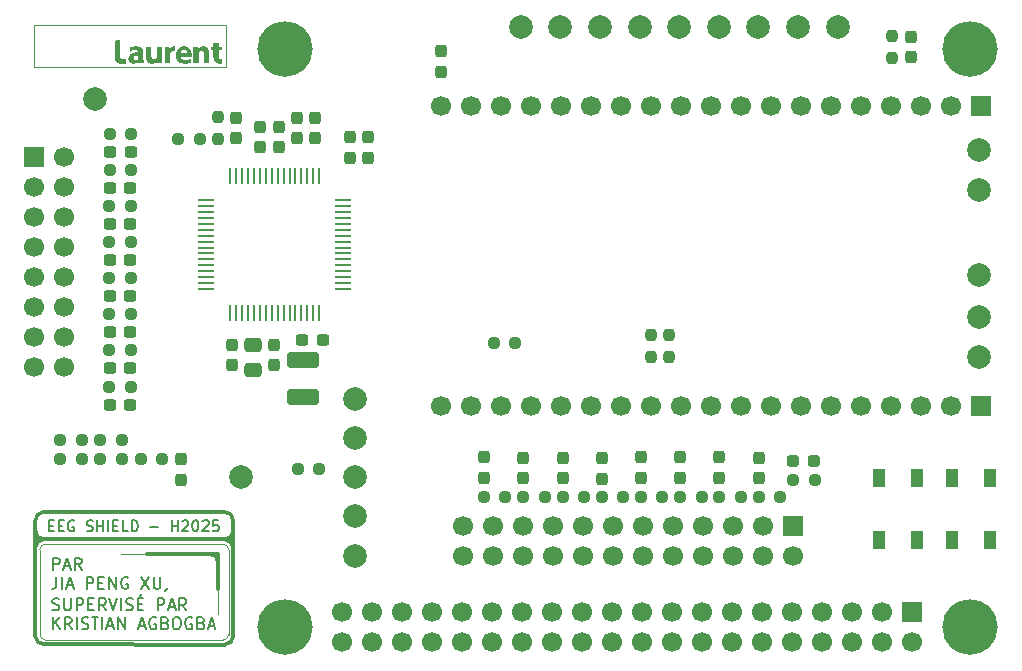
<source format=gts>
G04 #@! TF.GenerationSoftware,KiCad,Pcbnew,9.0.1-9.0.1-0~ubuntu24.04.1*
G04 #@! TF.CreationDate,2025-04-10T02:26:27-04:00*
G04 #@! TF.ProjectId,EEG SHIELD,45454720-5348-4494-954c-442e6b696361,B*
G04 #@! TF.SameCoordinates,Original*
G04 #@! TF.FileFunction,Soldermask,Top*
G04 #@! TF.FilePolarity,Negative*
%FSLAX46Y46*%
G04 Gerber Fmt 4.6, Leading zero omitted, Abs format (unit mm)*
G04 Created by KiCad (PCBNEW 9.0.1-9.0.1-0~ubuntu24.04.1) date 2025-04-10 02:26:27*
%MOMM*%
%LPD*%
G01*
G04 APERTURE LIST*
G04 Aperture macros list*
%AMRoundRect*
0 Rectangle with rounded corners*
0 $1 Rounding radius*
0 $2 $3 $4 $5 $6 $7 $8 $9 X,Y pos of 4 corners*
0 Add a 4 corners polygon primitive as box body*
4,1,4,$2,$3,$4,$5,$6,$7,$8,$9,$2,$3,0*
0 Add four circle primitives for the rounded corners*
1,1,$1+$1,$2,$3*
1,1,$1+$1,$4,$5*
1,1,$1+$1,$6,$7*
1,1,$1+$1,$8,$9*
0 Add four rect primitives between the rounded corners*
20,1,$1+$1,$2,$3,$4,$5,0*
20,1,$1+$1,$4,$5,$6,$7,0*
20,1,$1+$1,$6,$7,$8,$9,0*
20,1,$1+$1,$8,$9,$2,$3,0*%
G04 Aperture macros list end*
%ADD10C,0.300000*%
%ADD11C,0.100000*%
%ADD12C,0.200000*%
%ADD13C,0.000000*%
%ADD14RoundRect,0.237500X-0.250000X-0.237500X0.250000X-0.237500X0.250000X0.237500X-0.250000X0.237500X0*%
%ADD15RoundRect,0.237500X0.250000X0.237500X-0.250000X0.237500X-0.250000X-0.237500X0.250000X-0.237500X0*%
%ADD16R,1.700000X1.700000*%
%ADD17C,1.700000*%
%ADD18RoundRect,0.237500X-0.237500X0.300000X-0.237500X-0.300000X0.237500X-0.300000X0.237500X0.300000X0*%
%ADD19RoundRect,0.237500X0.237500X-0.287500X0.237500X0.287500X-0.237500X0.287500X-0.237500X-0.287500X0*%
%ADD20RoundRect,0.237500X0.300000X0.237500X-0.300000X0.237500X-0.300000X-0.237500X0.300000X-0.237500X0*%
%ADD21C,2.000000*%
%ADD22RoundRect,0.237500X-0.300000X-0.237500X0.300000X-0.237500X0.300000X0.237500X-0.300000X0.237500X0*%
%ADD23RoundRect,0.237500X0.237500X-0.300000X0.237500X0.300000X-0.237500X0.300000X-0.237500X-0.300000X0*%
%ADD24RoundRect,0.237500X-0.237500X0.250000X-0.237500X-0.250000X0.237500X-0.250000X0.237500X0.250000X0*%
%ADD25RoundRect,0.237500X-0.287500X-0.237500X0.287500X-0.237500X0.287500X0.237500X-0.287500X0.237500X0*%
%ADD26C,3.100000*%
%ADD27C,4.700000*%
%ADD28R,1.000000X1.550000*%
%ADD29RoundRect,0.250000X1.100000X-0.412500X1.100000X0.412500X-1.100000X0.412500X-1.100000X-0.412500X0*%
%ADD30RoundRect,0.237500X0.237500X-0.250000X0.237500X0.250000X-0.237500X0.250000X-0.237500X-0.250000X0*%
%ADD31RoundRect,0.250000X-0.475000X0.337500X-0.475000X-0.337500X0.475000X-0.337500X0.475000X0.337500X0*%
%ADD32R,1.346200X0.279400*%
%ADD33R,0.279400X1.346200*%
G04 APERTURE END LIST*
D10*
X132040000Y-122310042D02*
X132039878Y-123876745D01*
X116016188Y-123059670D02*
G75*
G02*
X115266230Y-122329669I-9988J739970D01*
G01*
D11*
X131634731Y-131124731D02*
G75*
G02*
X131174731Y-131584731I-460031J31D01*
G01*
X116016188Y-123059669D02*
X115260000Y-123060000D01*
X127775000Y-124290000D02*
X122505000Y-124290000D01*
X115665269Y-123925269D02*
G75*
G02*
X116125269Y-123465269I460031J-31D01*
G01*
D10*
X115260330Y-123806188D02*
G75*
G02*
X115990331Y-123056230I739970J9988D01*
G01*
X115260330Y-123786243D02*
X115268094Y-121896809D01*
X132049670Y-131213812D02*
G75*
G02*
X131319669Y-131963770I-739970J-9988D01*
G01*
X116016188Y-131959670D02*
G75*
G02*
X115266230Y-131229669I-9988J739970D01*
G01*
D11*
X131174731Y-123465269D02*
G75*
G02*
X131634731Y-123925269I-31J-460031D01*
G01*
D10*
X115266188Y-131213618D02*
X115260330Y-123806188D01*
X132043769Y-123790330D02*
X132049670Y-131213812D01*
D11*
X116125269Y-131584731D02*
G75*
G02*
X115665269Y-131124731I31J460031D01*
G01*
X130775000Y-127290000D02*
X130775000Y-129340000D01*
X131634731Y-131124700D02*
X131634731Y-123925300D01*
D10*
X130775000Y-124290000D02*
X130775000Y-127290000D01*
X131293812Y-123060330D02*
G75*
G02*
X132043770Y-123790331I9988J-739970D01*
G01*
X124735000Y-124290000D02*
X130775000Y-124290000D01*
D11*
X115168755Y-79482963D02*
X131391852Y-79482963D01*
X131391852Y-83042232D01*
X115168755Y-83042232D01*
X115168755Y-79482963D01*
X115665269Y-123925269D02*
X115665269Y-131124700D01*
D10*
X130023812Y-124290330D02*
G75*
G02*
X130773770Y-125020331I9988J-739970D01*
G01*
X115270000Y-121480000D02*
G75*
G02*
X116000000Y-120730000I740000J10000D01*
G01*
X131303618Y-131963812D02*
X116016188Y-131959670D01*
X131522749Y-123093394D02*
X132000000Y-123100000D01*
X116016188Y-123059670D02*
X131293812Y-123060041D01*
X132043812Y-121476382D02*
X132040000Y-122310000D01*
X115266188Y-122313618D02*
X115270000Y-121480000D01*
X131293812Y-120730330D02*
G75*
G02*
X132043770Y-121460331I9988J-739970D01*
G01*
X132040000Y-122310000D02*
G75*
G02*
X131310000Y-123060000I-740000J-10000D01*
G01*
D11*
X116125300Y-131584731D02*
X131174731Y-131584731D01*
D10*
X115260000Y-123060000D02*
X116016188Y-123059670D01*
X116000042Y-120730000D02*
X131293843Y-120730330D01*
D11*
X131174700Y-123465269D02*
X116125269Y-123465269D01*
D12*
X116769673Y-125637275D02*
X116769673Y-124637275D01*
X116769673Y-124637275D02*
X117150625Y-124637275D01*
X117150625Y-124637275D02*
X117245863Y-124684894D01*
X117245863Y-124684894D02*
X117293482Y-124732513D01*
X117293482Y-124732513D02*
X117341101Y-124827751D01*
X117341101Y-124827751D02*
X117341101Y-124970608D01*
X117341101Y-124970608D02*
X117293482Y-125065846D01*
X117293482Y-125065846D02*
X117245863Y-125113465D01*
X117245863Y-125113465D02*
X117150625Y-125161084D01*
X117150625Y-125161084D02*
X116769673Y-125161084D01*
X117722054Y-125351560D02*
X118198244Y-125351560D01*
X117626816Y-125637275D02*
X117960149Y-124637275D01*
X117960149Y-124637275D02*
X118293482Y-125637275D01*
X119198244Y-125637275D02*
X118864911Y-125161084D01*
X118626816Y-125637275D02*
X118626816Y-124637275D01*
X118626816Y-124637275D02*
X119007768Y-124637275D01*
X119007768Y-124637275D02*
X119103006Y-124684894D01*
X119103006Y-124684894D02*
X119150625Y-124732513D01*
X119150625Y-124732513D02*
X119198244Y-124827751D01*
X119198244Y-124827751D02*
X119198244Y-124970608D01*
X119198244Y-124970608D02*
X119150625Y-125065846D01*
X119150625Y-125065846D02*
X119103006Y-125113465D01*
X119103006Y-125113465D02*
X119007768Y-125161084D01*
X119007768Y-125161084D02*
X118626816Y-125161084D01*
X117055387Y-126247219D02*
X117055387Y-126961504D01*
X117055387Y-126961504D02*
X117007768Y-127104361D01*
X117007768Y-127104361D02*
X116912530Y-127199600D01*
X116912530Y-127199600D02*
X116769673Y-127247219D01*
X116769673Y-127247219D02*
X116674435Y-127247219D01*
X117531578Y-127247219D02*
X117531578Y-126247219D01*
X117960149Y-126961504D02*
X118436339Y-126961504D01*
X117864911Y-127247219D02*
X118198244Y-126247219D01*
X118198244Y-126247219D02*
X118531577Y-127247219D01*
X119626816Y-127247219D02*
X119626816Y-126247219D01*
X119626816Y-126247219D02*
X120007768Y-126247219D01*
X120007768Y-126247219D02*
X120103006Y-126294838D01*
X120103006Y-126294838D02*
X120150625Y-126342457D01*
X120150625Y-126342457D02*
X120198244Y-126437695D01*
X120198244Y-126437695D02*
X120198244Y-126580552D01*
X120198244Y-126580552D02*
X120150625Y-126675790D01*
X120150625Y-126675790D02*
X120103006Y-126723409D01*
X120103006Y-126723409D02*
X120007768Y-126771028D01*
X120007768Y-126771028D02*
X119626816Y-126771028D01*
X120626816Y-126723409D02*
X120960149Y-126723409D01*
X121103006Y-127247219D02*
X120626816Y-127247219D01*
X120626816Y-127247219D02*
X120626816Y-126247219D01*
X120626816Y-126247219D02*
X121103006Y-126247219D01*
X121531578Y-127247219D02*
X121531578Y-126247219D01*
X121531578Y-126247219D02*
X122103006Y-127247219D01*
X122103006Y-127247219D02*
X122103006Y-126247219D01*
X123103006Y-126294838D02*
X123007768Y-126247219D01*
X123007768Y-126247219D02*
X122864911Y-126247219D01*
X122864911Y-126247219D02*
X122722054Y-126294838D01*
X122722054Y-126294838D02*
X122626816Y-126390076D01*
X122626816Y-126390076D02*
X122579197Y-126485314D01*
X122579197Y-126485314D02*
X122531578Y-126675790D01*
X122531578Y-126675790D02*
X122531578Y-126818647D01*
X122531578Y-126818647D02*
X122579197Y-127009123D01*
X122579197Y-127009123D02*
X122626816Y-127104361D01*
X122626816Y-127104361D02*
X122722054Y-127199600D01*
X122722054Y-127199600D02*
X122864911Y-127247219D01*
X122864911Y-127247219D02*
X122960149Y-127247219D01*
X122960149Y-127247219D02*
X123103006Y-127199600D01*
X123103006Y-127199600D02*
X123150625Y-127151980D01*
X123150625Y-127151980D02*
X123150625Y-126818647D01*
X123150625Y-126818647D02*
X122960149Y-126818647D01*
X124245864Y-126247219D02*
X124912530Y-127247219D01*
X124912530Y-126247219D02*
X124245864Y-127247219D01*
X125293483Y-126247219D02*
X125293483Y-127056742D01*
X125293483Y-127056742D02*
X125341102Y-127151980D01*
X125341102Y-127151980D02*
X125388721Y-127199600D01*
X125388721Y-127199600D02*
X125483959Y-127247219D01*
X125483959Y-127247219D02*
X125674435Y-127247219D01*
X125674435Y-127247219D02*
X125769673Y-127199600D01*
X125769673Y-127199600D02*
X125817292Y-127151980D01*
X125817292Y-127151980D02*
X125864911Y-127056742D01*
X125864911Y-127056742D02*
X125864911Y-126247219D01*
X126388721Y-127199600D02*
X126388721Y-127247219D01*
X126388721Y-127247219D02*
X126341102Y-127342457D01*
X126341102Y-127342457D02*
X126293483Y-127390076D01*
X116445863Y-121888028D02*
X116745863Y-121888028D01*
X116874435Y-122359457D02*
X116445863Y-122359457D01*
X116445863Y-122359457D02*
X116445863Y-121459457D01*
X116445863Y-121459457D02*
X116874435Y-121459457D01*
X117260149Y-121888028D02*
X117560149Y-121888028D01*
X117688721Y-122359457D02*
X117260149Y-122359457D01*
X117260149Y-122359457D02*
X117260149Y-121459457D01*
X117260149Y-121459457D02*
X117688721Y-121459457D01*
X118545864Y-121502314D02*
X118460150Y-121459457D01*
X118460150Y-121459457D02*
X118331578Y-121459457D01*
X118331578Y-121459457D02*
X118203007Y-121502314D01*
X118203007Y-121502314D02*
X118117292Y-121588028D01*
X118117292Y-121588028D02*
X118074435Y-121673742D01*
X118074435Y-121673742D02*
X118031578Y-121845171D01*
X118031578Y-121845171D02*
X118031578Y-121973742D01*
X118031578Y-121973742D02*
X118074435Y-122145171D01*
X118074435Y-122145171D02*
X118117292Y-122230885D01*
X118117292Y-122230885D02*
X118203007Y-122316600D01*
X118203007Y-122316600D02*
X118331578Y-122359457D01*
X118331578Y-122359457D02*
X118417292Y-122359457D01*
X118417292Y-122359457D02*
X118545864Y-122316600D01*
X118545864Y-122316600D02*
X118588721Y-122273742D01*
X118588721Y-122273742D02*
X118588721Y-121973742D01*
X118588721Y-121973742D02*
X118417292Y-121973742D01*
X119617292Y-122316600D02*
X119745864Y-122359457D01*
X119745864Y-122359457D02*
X119960149Y-122359457D01*
X119960149Y-122359457D02*
X120045864Y-122316600D01*
X120045864Y-122316600D02*
X120088721Y-122273742D01*
X120088721Y-122273742D02*
X120131578Y-122188028D01*
X120131578Y-122188028D02*
X120131578Y-122102314D01*
X120131578Y-122102314D02*
X120088721Y-122016600D01*
X120088721Y-122016600D02*
X120045864Y-121973742D01*
X120045864Y-121973742D02*
X119960149Y-121930885D01*
X119960149Y-121930885D02*
X119788721Y-121888028D01*
X119788721Y-121888028D02*
X119703006Y-121845171D01*
X119703006Y-121845171D02*
X119660149Y-121802314D01*
X119660149Y-121802314D02*
X119617292Y-121716600D01*
X119617292Y-121716600D02*
X119617292Y-121630885D01*
X119617292Y-121630885D02*
X119660149Y-121545171D01*
X119660149Y-121545171D02*
X119703006Y-121502314D01*
X119703006Y-121502314D02*
X119788721Y-121459457D01*
X119788721Y-121459457D02*
X120003006Y-121459457D01*
X120003006Y-121459457D02*
X120131578Y-121502314D01*
X120517292Y-122359457D02*
X120517292Y-121459457D01*
X120517292Y-121888028D02*
X121031578Y-121888028D01*
X121031578Y-122359457D02*
X121031578Y-121459457D01*
X121460149Y-122359457D02*
X121460149Y-121459457D01*
X121888720Y-121888028D02*
X122188720Y-121888028D01*
X122317292Y-122359457D02*
X121888720Y-122359457D01*
X121888720Y-122359457D02*
X121888720Y-121459457D01*
X121888720Y-121459457D02*
X122317292Y-121459457D01*
X123131578Y-122359457D02*
X122703006Y-122359457D01*
X122703006Y-122359457D02*
X122703006Y-121459457D01*
X123431577Y-122359457D02*
X123431577Y-121459457D01*
X123431577Y-121459457D02*
X123645863Y-121459457D01*
X123645863Y-121459457D02*
X123774434Y-121502314D01*
X123774434Y-121502314D02*
X123860149Y-121588028D01*
X123860149Y-121588028D02*
X123903006Y-121673742D01*
X123903006Y-121673742D02*
X123945863Y-121845171D01*
X123945863Y-121845171D02*
X123945863Y-121973742D01*
X123945863Y-121973742D02*
X123903006Y-122145171D01*
X123903006Y-122145171D02*
X123860149Y-122230885D01*
X123860149Y-122230885D02*
X123774434Y-122316600D01*
X123774434Y-122316600D02*
X123645863Y-122359457D01*
X123645863Y-122359457D02*
X123431577Y-122359457D01*
X125017291Y-122016600D02*
X125703006Y-122016600D01*
X126817291Y-122359457D02*
X126817291Y-121459457D01*
X126817291Y-121888028D02*
X127331577Y-121888028D01*
X127331577Y-122359457D02*
X127331577Y-121459457D01*
X127717291Y-121545171D02*
X127760148Y-121502314D01*
X127760148Y-121502314D02*
X127845863Y-121459457D01*
X127845863Y-121459457D02*
X128060148Y-121459457D01*
X128060148Y-121459457D02*
X128145863Y-121502314D01*
X128145863Y-121502314D02*
X128188720Y-121545171D01*
X128188720Y-121545171D02*
X128231577Y-121630885D01*
X128231577Y-121630885D02*
X128231577Y-121716600D01*
X128231577Y-121716600D02*
X128188720Y-121845171D01*
X128188720Y-121845171D02*
X127674434Y-122359457D01*
X127674434Y-122359457D02*
X128231577Y-122359457D01*
X128788720Y-121459457D02*
X128874434Y-121459457D01*
X128874434Y-121459457D02*
X128960148Y-121502314D01*
X128960148Y-121502314D02*
X129003006Y-121545171D01*
X129003006Y-121545171D02*
X129045863Y-121630885D01*
X129045863Y-121630885D02*
X129088720Y-121802314D01*
X129088720Y-121802314D02*
X129088720Y-122016600D01*
X129088720Y-122016600D02*
X129045863Y-122188028D01*
X129045863Y-122188028D02*
X129003006Y-122273742D01*
X129003006Y-122273742D02*
X128960148Y-122316600D01*
X128960148Y-122316600D02*
X128874434Y-122359457D01*
X128874434Y-122359457D02*
X128788720Y-122359457D01*
X128788720Y-122359457D02*
X128703006Y-122316600D01*
X128703006Y-122316600D02*
X128660148Y-122273742D01*
X128660148Y-122273742D02*
X128617291Y-122188028D01*
X128617291Y-122188028D02*
X128574434Y-122016600D01*
X128574434Y-122016600D02*
X128574434Y-121802314D01*
X128574434Y-121802314D02*
X128617291Y-121630885D01*
X128617291Y-121630885D02*
X128660148Y-121545171D01*
X128660148Y-121545171D02*
X128703006Y-121502314D01*
X128703006Y-121502314D02*
X128788720Y-121459457D01*
X129431577Y-121545171D02*
X129474434Y-121502314D01*
X129474434Y-121502314D02*
X129560149Y-121459457D01*
X129560149Y-121459457D02*
X129774434Y-121459457D01*
X129774434Y-121459457D02*
X129860149Y-121502314D01*
X129860149Y-121502314D02*
X129903006Y-121545171D01*
X129903006Y-121545171D02*
X129945863Y-121630885D01*
X129945863Y-121630885D02*
X129945863Y-121716600D01*
X129945863Y-121716600D02*
X129903006Y-121845171D01*
X129903006Y-121845171D02*
X129388720Y-122359457D01*
X129388720Y-122359457D02*
X129945863Y-122359457D01*
X130760149Y-121459457D02*
X130331577Y-121459457D01*
X130331577Y-121459457D02*
X130288720Y-121888028D01*
X130288720Y-121888028D02*
X130331577Y-121845171D01*
X130331577Y-121845171D02*
X130417292Y-121802314D01*
X130417292Y-121802314D02*
X130631577Y-121802314D01*
X130631577Y-121802314D02*
X130717292Y-121845171D01*
X130717292Y-121845171D02*
X130760149Y-121888028D01*
X130760149Y-121888028D02*
X130803006Y-121973742D01*
X130803006Y-121973742D02*
X130803006Y-122188028D01*
X130803006Y-122188028D02*
X130760149Y-122273742D01*
X130760149Y-122273742D02*
X130717292Y-122316600D01*
X130717292Y-122316600D02*
X130631577Y-122359457D01*
X130631577Y-122359457D02*
X130417292Y-122359457D01*
X130417292Y-122359457D02*
X130331577Y-122316600D01*
X130331577Y-122316600D02*
X130288720Y-122273742D01*
X116722054Y-129004656D02*
X116864911Y-129052275D01*
X116864911Y-129052275D02*
X117103006Y-129052275D01*
X117103006Y-129052275D02*
X117198244Y-129004656D01*
X117198244Y-129004656D02*
X117245863Y-128957036D01*
X117245863Y-128957036D02*
X117293482Y-128861798D01*
X117293482Y-128861798D02*
X117293482Y-128766560D01*
X117293482Y-128766560D02*
X117245863Y-128671322D01*
X117245863Y-128671322D02*
X117198244Y-128623703D01*
X117198244Y-128623703D02*
X117103006Y-128576084D01*
X117103006Y-128576084D02*
X116912530Y-128528465D01*
X116912530Y-128528465D02*
X116817292Y-128480846D01*
X116817292Y-128480846D02*
X116769673Y-128433227D01*
X116769673Y-128433227D02*
X116722054Y-128337989D01*
X116722054Y-128337989D02*
X116722054Y-128242751D01*
X116722054Y-128242751D02*
X116769673Y-128147513D01*
X116769673Y-128147513D02*
X116817292Y-128099894D01*
X116817292Y-128099894D02*
X116912530Y-128052275D01*
X116912530Y-128052275D02*
X117150625Y-128052275D01*
X117150625Y-128052275D02*
X117293482Y-128099894D01*
X117722054Y-128052275D02*
X117722054Y-128861798D01*
X117722054Y-128861798D02*
X117769673Y-128957036D01*
X117769673Y-128957036D02*
X117817292Y-129004656D01*
X117817292Y-129004656D02*
X117912530Y-129052275D01*
X117912530Y-129052275D02*
X118103006Y-129052275D01*
X118103006Y-129052275D02*
X118198244Y-129004656D01*
X118198244Y-129004656D02*
X118245863Y-128957036D01*
X118245863Y-128957036D02*
X118293482Y-128861798D01*
X118293482Y-128861798D02*
X118293482Y-128052275D01*
X118769673Y-129052275D02*
X118769673Y-128052275D01*
X118769673Y-128052275D02*
X119150625Y-128052275D01*
X119150625Y-128052275D02*
X119245863Y-128099894D01*
X119245863Y-128099894D02*
X119293482Y-128147513D01*
X119293482Y-128147513D02*
X119341101Y-128242751D01*
X119341101Y-128242751D02*
X119341101Y-128385608D01*
X119341101Y-128385608D02*
X119293482Y-128480846D01*
X119293482Y-128480846D02*
X119245863Y-128528465D01*
X119245863Y-128528465D02*
X119150625Y-128576084D01*
X119150625Y-128576084D02*
X118769673Y-128576084D01*
X119769673Y-128528465D02*
X120103006Y-128528465D01*
X120245863Y-129052275D02*
X119769673Y-129052275D01*
X119769673Y-129052275D02*
X119769673Y-128052275D01*
X119769673Y-128052275D02*
X120245863Y-128052275D01*
X121245863Y-129052275D02*
X120912530Y-128576084D01*
X120674435Y-129052275D02*
X120674435Y-128052275D01*
X120674435Y-128052275D02*
X121055387Y-128052275D01*
X121055387Y-128052275D02*
X121150625Y-128099894D01*
X121150625Y-128099894D02*
X121198244Y-128147513D01*
X121198244Y-128147513D02*
X121245863Y-128242751D01*
X121245863Y-128242751D02*
X121245863Y-128385608D01*
X121245863Y-128385608D02*
X121198244Y-128480846D01*
X121198244Y-128480846D02*
X121150625Y-128528465D01*
X121150625Y-128528465D02*
X121055387Y-128576084D01*
X121055387Y-128576084D02*
X120674435Y-128576084D01*
X121531578Y-128052275D02*
X121864911Y-129052275D01*
X121864911Y-129052275D02*
X122198244Y-128052275D01*
X122531578Y-129052275D02*
X122531578Y-128052275D01*
X122960149Y-129004656D02*
X123103006Y-129052275D01*
X123103006Y-129052275D02*
X123341101Y-129052275D01*
X123341101Y-129052275D02*
X123436339Y-129004656D01*
X123436339Y-129004656D02*
X123483958Y-128957036D01*
X123483958Y-128957036D02*
X123531577Y-128861798D01*
X123531577Y-128861798D02*
X123531577Y-128766560D01*
X123531577Y-128766560D02*
X123483958Y-128671322D01*
X123483958Y-128671322D02*
X123436339Y-128623703D01*
X123436339Y-128623703D02*
X123341101Y-128576084D01*
X123341101Y-128576084D02*
X123150625Y-128528465D01*
X123150625Y-128528465D02*
X123055387Y-128480846D01*
X123055387Y-128480846D02*
X123007768Y-128433227D01*
X123007768Y-128433227D02*
X122960149Y-128337989D01*
X122960149Y-128337989D02*
X122960149Y-128242751D01*
X122960149Y-128242751D02*
X123007768Y-128147513D01*
X123007768Y-128147513D02*
X123055387Y-128099894D01*
X123055387Y-128099894D02*
X123150625Y-128052275D01*
X123150625Y-128052275D02*
X123388720Y-128052275D01*
X123388720Y-128052275D02*
X123531577Y-128099894D01*
X123960149Y-128528465D02*
X124293482Y-128528465D01*
X124436339Y-129052275D02*
X123960149Y-129052275D01*
X123960149Y-129052275D02*
X123960149Y-128052275D01*
X123960149Y-128052275D02*
X124436339Y-128052275D01*
X124293482Y-127671322D02*
X124150625Y-127814179D01*
X125626816Y-129052275D02*
X125626816Y-128052275D01*
X125626816Y-128052275D02*
X126007768Y-128052275D01*
X126007768Y-128052275D02*
X126103006Y-128099894D01*
X126103006Y-128099894D02*
X126150625Y-128147513D01*
X126150625Y-128147513D02*
X126198244Y-128242751D01*
X126198244Y-128242751D02*
X126198244Y-128385608D01*
X126198244Y-128385608D02*
X126150625Y-128480846D01*
X126150625Y-128480846D02*
X126103006Y-128528465D01*
X126103006Y-128528465D02*
X126007768Y-128576084D01*
X126007768Y-128576084D02*
X125626816Y-128576084D01*
X126579197Y-128766560D02*
X127055387Y-128766560D01*
X126483959Y-129052275D02*
X126817292Y-128052275D01*
X126817292Y-128052275D02*
X127150625Y-129052275D01*
X128055387Y-129052275D02*
X127722054Y-128576084D01*
X127483959Y-129052275D02*
X127483959Y-128052275D01*
X127483959Y-128052275D02*
X127864911Y-128052275D01*
X127864911Y-128052275D02*
X127960149Y-128099894D01*
X127960149Y-128099894D02*
X128007768Y-128147513D01*
X128007768Y-128147513D02*
X128055387Y-128242751D01*
X128055387Y-128242751D02*
X128055387Y-128385608D01*
X128055387Y-128385608D02*
X128007768Y-128480846D01*
X128007768Y-128480846D02*
X127960149Y-128528465D01*
X127960149Y-128528465D02*
X127864911Y-128576084D01*
X127864911Y-128576084D02*
X127483959Y-128576084D01*
X116769673Y-130662219D02*
X116769673Y-129662219D01*
X117341101Y-130662219D02*
X116912530Y-130090790D01*
X117341101Y-129662219D02*
X116769673Y-130233647D01*
X118341101Y-130662219D02*
X118007768Y-130186028D01*
X117769673Y-130662219D02*
X117769673Y-129662219D01*
X117769673Y-129662219D02*
X118150625Y-129662219D01*
X118150625Y-129662219D02*
X118245863Y-129709838D01*
X118245863Y-129709838D02*
X118293482Y-129757457D01*
X118293482Y-129757457D02*
X118341101Y-129852695D01*
X118341101Y-129852695D02*
X118341101Y-129995552D01*
X118341101Y-129995552D02*
X118293482Y-130090790D01*
X118293482Y-130090790D02*
X118245863Y-130138409D01*
X118245863Y-130138409D02*
X118150625Y-130186028D01*
X118150625Y-130186028D02*
X117769673Y-130186028D01*
X118769673Y-130662219D02*
X118769673Y-129662219D01*
X119198244Y-130614600D02*
X119341101Y-130662219D01*
X119341101Y-130662219D02*
X119579196Y-130662219D01*
X119579196Y-130662219D02*
X119674434Y-130614600D01*
X119674434Y-130614600D02*
X119722053Y-130566980D01*
X119722053Y-130566980D02*
X119769672Y-130471742D01*
X119769672Y-130471742D02*
X119769672Y-130376504D01*
X119769672Y-130376504D02*
X119722053Y-130281266D01*
X119722053Y-130281266D02*
X119674434Y-130233647D01*
X119674434Y-130233647D02*
X119579196Y-130186028D01*
X119579196Y-130186028D02*
X119388720Y-130138409D01*
X119388720Y-130138409D02*
X119293482Y-130090790D01*
X119293482Y-130090790D02*
X119245863Y-130043171D01*
X119245863Y-130043171D02*
X119198244Y-129947933D01*
X119198244Y-129947933D02*
X119198244Y-129852695D01*
X119198244Y-129852695D02*
X119245863Y-129757457D01*
X119245863Y-129757457D02*
X119293482Y-129709838D01*
X119293482Y-129709838D02*
X119388720Y-129662219D01*
X119388720Y-129662219D02*
X119626815Y-129662219D01*
X119626815Y-129662219D02*
X119769672Y-129709838D01*
X120055387Y-129662219D02*
X120626815Y-129662219D01*
X120341101Y-130662219D02*
X120341101Y-129662219D01*
X120960149Y-130662219D02*
X120960149Y-129662219D01*
X121388720Y-130376504D02*
X121864910Y-130376504D01*
X121293482Y-130662219D02*
X121626815Y-129662219D01*
X121626815Y-129662219D02*
X121960148Y-130662219D01*
X122293482Y-130662219D02*
X122293482Y-129662219D01*
X122293482Y-129662219D02*
X122864910Y-130662219D01*
X122864910Y-130662219D02*
X122864910Y-129662219D01*
X124055387Y-130376504D02*
X124531577Y-130376504D01*
X123960149Y-130662219D02*
X124293482Y-129662219D01*
X124293482Y-129662219D02*
X124626815Y-130662219D01*
X125483958Y-129709838D02*
X125388720Y-129662219D01*
X125388720Y-129662219D02*
X125245863Y-129662219D01*
X125245863Y-129662219D02*
X125103006Y-129709838D01*
X125103006Y-129709838D02*
X125007768Y-129805076D01*
X125007768Y-129805076D02*
X124960149Y-129900314D01*
X124960149Y-129900314D02*
X124912530Y-130090790D01*
X124912530Y-130090790D02*
X124912530Y-130233647D01*
X124912530Y-130233647D02*
X124960149Y-130424123D01*
X124960149Y-130424123D02*
X125007768Y-130519361D01*
X125007768Y-130519361D02*
X125103006Y-130614600D01*
X125103006Y-130614600D02*
X125245863Y-130662219D01*
X125245863Y-130662219D02*
X125341101Y-130662219D01*
X125341101Y-130662219D02*
X125483958Y-130614600D01*
X125483958Y-130614600D02*
X125531577Y-130566980D01*
X125531577Y-130566980D02*
X125531577Y-130233647D01*
X125531577Y-130233647D02*
X125341101Y-130233647D01*
X126293482Y-130138409D02*
X126436339Y-130186028D01*
X126436339Y-130186028D02*
X126483958Y-130233647D01*
X126483958Y-130233647D02*
X126531577Y-130328885D01*
X126531577Y-130328885D02*
X126531577Y-130471742D01*
X126531577Y-130471742D02*
X126483958Y-130566980D01*
X126483958Y-130566980D02*
X126436339Y-130614600D01*
X126436339Y-130614600D02*
X126341101Y-130662219D01*
X126341101Y-130662219D02*
X125960149Y-130662219D01*
X125960149Y-130662219D02*
X125960149Y-129662219D01*
X125960149Y-129662219D02*
X126293482Y-129662219D01*
X126293482Y-129662219D02*
X126388720Y-129709838D01*
X126388720Y-129709838D02*
X126436339Y-129757457D01*
X126436339Y-129757457D02*
X126483958Y-129852695D01*
X126483958Y-129852695D02*
X126483958Y-129947933D01*
X126483958Y-129947933D02*
X126436339Y-130043171D01*
X126436339Y-130043171D02*
X126388720Y-130090790D01*
X126388720Y-130090790D02*
X126293482Y-130138409D01*
X126293482Y-130138409D02*
X125960149Y-130138409D01*
X127150625Y-129662219D02*
X127341101Y-129662219D01*
X127341101Y-129662219D02*
X127436339Y-129709838D01*
X127436339Y-129709838D02*
X127531577Y-129805076D01*
X127531577Y-129805076D02*
X127579196Y-129995552D01*
X127579196Y-129995552D02*
X127579196Y-130328885D01*
X127579196Y-130328885D02*
X127531577Y-130519361D01*
X127531577Y-130519361D02*
X127436339Y-130614600D01*
X127436339Y-130614600D02*
X127341101Y-130662219D01*
X127341101Y-130662219D02*
X127150625Y-130662219D01*
X127150625Y-130662219D02*
X127055387Y-130614600D01*
X127055387Y-130614600D02*
X126960149Y-130519361D01*
X126960149Y-130519361D02*
X126912530Y-130328885D01*
X126912530Y-130328885D02*
X126912530Y-129995552D01*
X126912530Y-129995552D02*
X126960149Y-129805076D01*
X126960149Y-129805076D02*
X127055387Y-129709838D01*
X127055387Y-129709838D02*
X127150625Y-129662219D01*
X128531577Y-129709838D02*
X128436339Y-129662219D01*
X128436339Y-129662219D02*
X128293482Y-129662219D01*
X128293482Y-129662219D02*
X128150625Y-129709838D01*
X128150625Y-129709838D02*
X128055387Y-129805076D01*
X128055387Y-129805076D02*
X128007768Y-129900314D01*
X128007768Y-129900314D02*
X127960149Y-130090790D01*
X127960149Y-130090790D02*
X127960149Y-130233647D01*
X127960149Y-130233647D02*
X128007768Y-130424123D01*
X128007768Y-130424123D02*
X128055387Y-130519361D01*
X128055387Y-130519361D02*
X128150625Y-130614600D01*
X128150625Y-130614600D02*
X128293482Y-130662219D01*
X128293482Y-130662219D02*
X128388720Y-130662219D01*
X128388720Y-130662219D02*
X128531577Y-130614600D01*
X128531577Y-130614600D02*
X128579196Y-130566980D01*
X128579196Y-130566980D02*
X128579196Y-130233647D01*
X128579196Y-130233647D02*
X128388720Y-130233647D01*
X129341101Y-130138409D02*
X129483958Y-130186028D01*
X129483958Y-130186028D02*
X129531577Y-130233647D01*
X129531577Y-130233647D02*
X129579196Y-130328885D01*
X129579196Y-130328885D02*
X129579196Y-130471742D01*
X129579196Y-130471742D02*
X129531577Y-130566980D01*
X129531577Y-130566980D02*
X129483958Y-130614600D01*
X129483958Y-130614600D02*
X129388720Y-130662219D01*
X129388720Y-130662219D02*
X129007768Y-130662219D01*
X129007768Y-130662219D02*
X129007768Y-129662219D01*
X129007768Y-129662219D02*
X129341101Y-129662219D01*
X129341101Y-129662219D02*
X129436339Y-129709838D01*
X129436339Y-129709838D02*
X129483958Y-129757457D01*
X129483958Y-129757457D02*
X129531577Y-129852695D01*
X129531577Y-129852695D02*
X129531577Y-129947933D01*
X129531577Y-129947933D02*
X129483958Y-130043171D01*
X129483958Y-130043171D02*
X129436339Y-130090790D01*
X129436339Y-130090790D02*
X129341101Y-130138409D01*
X129341101Y-130138409D02*
X129007768Y-130138409D01*
X129960149Y-130376504D02*
X130436339Y-130376504D01*
X129864911Y-130662219D02*
X130198244Y-129662219D01*
X130198244Y-129662219D02*
X130531577Y-130662219D01*
D13*
G36*
X122427382Y-81455839D02*
G01*
X122427443Y-81583088D01*
X122427628Y-81697585D01*
X122427938Y-81799555D01*
X122428377Y-81889220D01*
X122428947Y-81966803D01*
X122429648Y-82032529D01*
X122430485Y-82086621D01*
X122431458Y-82129302D01*
X122432571Y-82160796D01*
X122433825Y-82181326D01*
X122434596Y-82188157D01*
X122447899Y-82248545D01*
X122467507Y-82299792D01*
X122492955Y-82340970D01*
X122523778Y-82371149D01*
X122527526Y-82373791D01*
X122542040Y-82383372D01*
X122555457Y-82391060D01*
X122569400Y-82397085D01*
X122585494Y-82401677D01*
X122605363Y-82405067D01*
X122630631Y-82407484D01*
X122662923Y-82409158D01*
X122703862Y-82410319D01*
X122755073Y-82411197D01*
X122795568Y-82411737D01*
X122991826Y-82414233D01*
X122991826Y-82598636D01*
X122991826Y-82783039D01*
X122750153Y-82782186D01*
X122693410Y-82781857D01*
X122639080Y-82781298D01*
X122588938Y-82780545D01*
X122544758Y-82779635D01*
X122508314Y-82778605D01*
X122481382Y-82777489D01*
X122466202Y-82776381D01*
X122381478Y-82760950D01*
X122303952Y-82735482D01*
X122234215Y-82700244D01*
X122172856Y-82655504D01*
X122147793Y-82631996D01*
X122099000Y-82573530D01*
X122058478Y-82505458D01*
X122026100Y-82427537D01*
X122007171Y-82362836D01*
X121989939Y-82293205D01*
X121987860Y-81573030D01*
X121985781Y-80852855D01*
X122188740Y-80814864D01*
X122239179Y-80805422D01*
X122286176Y-80796624D01*
X122328034Y-80788788D01*
X122363057Y-80782231D01*
X122389549Y-80777270D01*
X122405815Y-80774224D01*
X122409540Y-80773526D01*
X122427382Y-80770178D01*
X122427382Y-81455839D01*
G37*
G36*
X127075791Y-81309249D02*
G01*
X127086886Y-81312903D01*
X127094837Y-81320425D01*
X127100156Y-81333094D01*
X127103352Y-81352189D01*
X127104938Y-81378991D01*
X127105423Y-81414779D01*
X127105319Y-81460832D01*
X127105137Y-81518430D01*
X127105134Y-81525587D01*
X127105134Y-81733518D01*
X127090536Y-81729510D01*
X127065163Y-81724899D01*
X127031428Y-81721948D01*
X126993852Y-81720775D01*
X126956958Y-81721495D01*
X126925266Y-81724222D01*
X126919225Y-81725139D01*
X126857534Y-81741223D01*
X126804189Y-81767208D01*
X126759303Y-81803005D01*
X126722984Y-81848526D01*
X126695343Y-81903682D01*
X126694268Y-81906488D01*
X126691455Y-81914255D01*
X126689047Y-81922252D01*
X126687006Y-81931516D01*
X126685293Y-81943085D01*
X126683873Y-81957997D01*
X126682707Y-81977290D01*
X126681758Y-82002002D01*
X126680989Y-82033170D01*
X126680362Y-82071832D01*
X126679840Y-82119025D01*
X126679385Y-82175788D01*
X126678961Y-82243159D01*
X126678529Y-82322174D01*
X126678400Y-82346730D01*
X126676298Y-82750600D01*
X126456711Y-82750600D01*
X126237124Y-82750600D01*
X126233270Y-82077484D01*
X126232701Y-81984384D01*
X126232082Y-81894449D01*
X126231424Y-81808588D01*
X126230735Y-81727713D01*
X126230026Y-81652734D01*
X126229307Y-81584565D01*
X126228588Y-81524115D01*
X126227879Y-81472295D01*
X126227191Y-81430018D01*
X126226533Y-81398193D01*
X126225915Y-81377734D01*
X126225474Y-81370306D01*
X126221532Y-81336245D01*
X126410182Y-81336245D01*
X126598833Y-81336245D01*
X126601789Y-81350842D01*
X126603137Y-81361875D01*
X126605051Y-81383463D01*
X126607345Y-81413205D01*
X126609831Y-81448704D01*
X126611982Y-81482019D01*
X126614428Y-81519472D01*
X126616795Y-81552203D01*
X126618912Y-81578110D01*
X126620608Y-81595093D01*
X126621650Y-81601028D01*
X126625286Y-81596755D01*
X126632828Y-81583255D01*
X126642856Y-81563131D01*
X126646313Y-81555816D01*
X126684137Y-81488682D01*
X126730545Y-81431212D01*
X126785852Y-81383069D01*
X126839750Y-81349414D01*
X126896315Y-81325596D01*
X126957834Y-81312208D01*
X127018536Y-81308695D01*
X127042127Y-81308424D01*
X127061042Y-81308182D01*
X127075791Y-81309249D01*
G37*
G36*
X130784666Y-81001662D02*
G01*
X130786685Y-81010812D01*
X130788190Y-81027507D01*
X130789239Y-81052932D01*
X130789889Y-81088269D01*
X130790197Y-81134703D01*
X130790242Y-81167560D01*
X130790242Y-81336245D01*
X130945951Y-81336245D01*
X131101660Y-81336245D01*
X131101660Y-81498441D01*
X131101660Y-81660638D01*
X130945951Y-81660638D01*
X130790242Y-81660638D01*
X130790242Y-81901068D01*
X130790400Y-81974010D01*
X130790945Y-82035400D01*
X130791982Y-82086660D01*
X130793619Y-82129210D01*
X130795961Y-82164471D01*
X130799115Y-82193865D01*
X130803187Y-82218812D01*
X130808284Y-82240734D01*
X130814511Y-82261052D01*
X130817876Y-82270498D01*
X130839720Y-82317417D01*
X130867320Y-82354187D01*
X130901749Y-82381472D01*
X130944079Y-82399936D01*
X130995385Y-82410245D01*
X131048135Y-82413096D01*
X131095172Y-82413231D01*
X131095172Y-82598135D01*
X131095172Y-82783039D01*
X130983256Y-82782186D01*
X130942722Y-82781601D01*
X130903270Y-82780537D01*
X130868188Y-82779117D01*
X130840761Y-82777465D01*
X130829062Y-82776381D01*
X130743060Y-82760725D01*
X130664993Y-82734927D01*
X130595070Y-82699154D01*
X130533499Y-82653572D01*
X130480489Y-82598346D01*
X130436248Y-82533643D01*
X130400984Y-82459628D01*
X130389031Y-82426206D01*
X130381266Y-82402140D01*
X130374726Y-82380636D01*
X130369294Y-82360329D01*
X130364856Y-82339851D01*
X130361294Y-82317835D01*
X130358493Y-82292912D01*
X130356337Y-82263715D01*
X130354709Y-82228877D01*
X130353494Y-82187031D01*
X130352576Y-82136809D01*
X130351839Y-82076843D01*
X130351167Y-82005766D01*
X130350916Y-81976922D01*
X130348186Y-81660638D01*
X130254553Y-81660638D01*
X130160919Y-81660638D01*
X130160919Y-81498441D01*
X130160919Y-81336245D01*
X130254993Y-81336245D01*
X130349067Y-81336245D01*
X130349067Y-81206487D01*
X130349388Y-81158282D01*
X130350329Y-81120614D01*
X130351855Y-81094148D01*
X130353934Y-81079546D01*
X130355600Y-81076730D01*
X130363350Y-81075564D01*
X130382282Y-81072258D01*
X130410830Y-81067099D01*
X130447428Y-81060373D01*
X130490511Y-81052368D01*
X130538514Y-81043369D01*
X130568022Y-81037803D01*
X130618253Y-81028352D01*
X130664555Y-81019729D01*
X130705346Y-81012222D01*
X130739046Y-81006117D01*
X130764071Y-81001704D01*
X130778842Y-80999268D01*
X130782077Y-80998876D01*
X130784666Y-81001662D01*
G37*
G36*
X129568882Y-81311513D02*
G01*
X129624121Y-81319254D01*
X129675581Y-81333196D01*
X129727483Y-81354258D01*
X129739208Y-81359854D01*
X129771119Y-81376432D01*
X129796858Y-81392687D01*
X129820910Y-81411887D01*
X129847764Y-81437298D01*
X129853572Y-81443118D01*
X129880318Y-81471245D01*
X129900540Y-81496024D01*
X129917650Y-81522246D01*
X129935063Y-81554700D01*
X129939622Y-81563857D01*
X129967364Y-81627301D01*
X129987575Y-81691184D01*
X130001841Y-81760783D01*
X130004770Y-81780449D01*
X130006239Y-81797965D01*
X130007549Y-81827940D01*
X130008692Y-81869853D01*
X130009663Y-81923189D01*
X130010453Y-81987430D01*
X130011056Y-82062058D01*
X130011465Y-82146555D01*
X130011672Y-82240405D01*
X130011698Y-82290431D01*
X130011698Y-82750600D01*
X129791111Y-82750600D01*
X129570523Y-82750600D01*
X129570474Y-82333754D01*
X129570358Y-82247825D01*
X129570037Y-82168656D01*
X129569523Y-82097076D01*
X129568830Y-82033915D01*
X129567968Y-81980001D01*
X129566950Y-81936163D01*
X129565788Y-81903231D01*
X129564495Y-81882033D01*
X129563807Y-81876122D01*
X129550267Y-81817142D01*
X129530221Y-81768762D01*
X129503086Y-81730038D01*
X129468275Y-81700022D01*
X129447241Y-81687694D01*
X129426817Y-81677603D01*
X129410736Y-81671420D01*
X129394757Y-81668364D01*
X129374636Y-81667656D01*
X129346131Y-81668518D01*
X129343448Y-81668628D01*
X129310668Y-81670643D01*
X129286605Y-81674094D01*
X129267015Y-81679853D01*
X129249261Y-81687954D01*
X129205445Y-81717514D01*
X129167940Y-81756653D01*
X129138700Y-81802730D01*
X129119680Y-81853101D01*
X129116471Y-81867513D01*
X129115112Y-81881423D01*
X129113886Y-81907577D01*
X129112804Y-81945248D01*
X129111876Y-81993704D01*
X129111112Y-82052217D01*
X129110523Y-82120056D01*
X129110120Y-82196492D01*
X129109912Y-82280795D01*
X129109885Y-82326530D01*
X129109885Y-82750600D01*
X128889956Y-82750600D01*
X128670027Y-82750600D01*
X128666369Y-82070996D01*
X128665829Y-81977608D01*
X128665233Y-81887491D01*
X128664593Y-81801543D01*
X128663917Y-81720656D01*
X128663216Y-81645728D01*
X128662500Y-81577654D01*
X128661779Y-81517328D01*
X128661062Y-81465646D01*
X128660359Y-81423503D01*
X128659681Y-81391796D01*
X128659038Y-81371418D01*
X128658532Y-81363721D01*
X128654353Y-81336050D01*
X128848057Y-81337769D01*
X129041762Y-81339489D01*
X129052565Y-81436807D01*
X129056358Y-81470803D01*
X129059643Y-81499928D01*
X129062158Y-81521890D01*
X129063644Y-81534396D01*
X129063919Y-81536390D01*
X129067740Y-81532731D01*
X129077358Y-81520993D01*
X129090859Y-81503533D01*
X129093924Y-81499472D01*
X129131232Y-81456382D01*
X129175712Y-81417726D01*
X129229119Y-81381666D01*
X129292534Y-81348698D01*
X129358216Y-81326058D01*
X129428744Y-81313071D01*
X129505645Y-81309057D01*
X129568882Y-81311513D01*
G37*
G36*
X127984206Y-81312890D02*
G01*
X128064947Y-81326399D01*
X128139433Y-81348233D01*
X128172218Y-81361648D01*
X128241965Y-81400224D01*
X128306226Y-81449705D01*
X128363533Y-81508657D01*
X128412418Y-81575645D01*
X128438307Y-81621481D01*
X128473327Y-81703798D01*
X128499516Y-81793840D01*
X128516580Y-81889560D01*
X128524224Y-81988911D01*
X128522154Y-82089846D01*
X128515255Y-82156843D01*
X128511237Y-82186155D01*
X128054209Y-82186155D01*
X127597181Y-82186155D01*
X127601729Y-82207241D01*
X127620175Y-82263637D01*
X127649562Y-82313301D01*
X127689574Y-82355951D01*
X127739895Y-82391307D01*
X127800208Y-82419090D01*
X127860970Y-82436976D01*
X127885085Y-82441775D01*
X127910577Y-82445086D01*
X127940309Y-82447097D01*
X127977141Y-82447999D01*
X128023934Y-82447982D01*
X128026411Y-82447962D01*
X128111719Y-82445074D01*
X128188707Y-82437531D01*
X128261387Y-82424725D01*
X128333765Y-82406053D01*
X128362306Y-82397201D01*
X128391123Y-82388087D01*
X128415685Y-82380693D01*
X128433205Y-82375835D01*
X128440629Y-82374304D01*
X128443161Y-82378301D01*
X128445121Y-82390901D01*
X128446553Y-82413016D01*
X128447501Y-82445560D01*
X128448006Y-82489445D01*
X128448122Y-82532465D01*
X128448122Y-82690627D01*
X128410817Y-82703948D01*
X128314581Y-82733299D01*
X128210567Y-82755952D01*
X128102375Y-82771445D01*
X127993605Y-82779318D01*
X127887859Y-82779110D01*
X127844751Y-82776464D01*
X127740625Y-82762795D01*
X127644344Y-82739385D01*
X127556205Y-82706461D01*
X127476507Y-82664250D01*
X127405548Y-82612980D01*
X127343628Y-82552877D01*
X127291044Y-82484168D01*
X127248095Y-82407081D01*
X127215079Y-82321843D01*
X127205989Y-82290368D01*
X127185996Y-82193342D01*
X127177077Y-82096704D01*
X127178782Y-82001419D01*
X127190658Y-81908448D01*
X127197212Y-81881226D01*
X127597071Y-81881226D01*
X127853912Y-81881226D01*
X128110753Y-81881226D01*
X128110676Y-81853652D01*
X128104919Y-81801691D01*
X128088893Y-81751285D01*
X128064034Y-81704872D01*
X128031775Y-81664893D01*
X127993551Y-81633787D01*
X127975435Y-81623648D01*
X127957141Y-81615408D01*
X127940596Y-81610155D01*
X127921924Y-81607221D01*
X127897248Y-81605943D01*
X127870702Y-81605664D01*
X127838254Y-81605955D01*
X127814875Y-81607444D01*
X127796669Y-81610761D01*
X127779742Y-81616535D01*
X127766118Y-81622588D01*
X127719015Y-81651600D01*
X127677701Y-81690905D01*
X127643527Y-81738603D01*
X127617847Y-81792794D01*
X127602013Y-81851577D01*
X127601660Y-81853652D01*
X127597071Y-81881226D01*
X127197212Y-81881226D01*
X127212253Y-81818756D01*
X127243116Y-81733305D01*
X127282795Y-81653059D01*
X127330837Y-81578980D01*
X127386791Y-81512032D01*
X127450205Y-81453178D01*
X127520626Y-81403381D01*
X127597604Y-81363604D01*
X127650115Y-81343846D01*
X127730164Y-81323183D01*
X127814243Y-81311194D01*
X127899781Y-81307792D01*
X127984206Y-81312890D01*
G37*
G36*
X125780388Y-81337781D02*
G01*
X125998953Y-81339489D01*
X126002196Y-82036934D01*
X126002682Y-82131073D01*
X126003241Y-82221620D01*
X126003865Y-82307727D01*
X126004542Y-82388541D01*
X126005263Y-82463213D01*
X126006017Y-82530891D01*
X126006794Y-82590724D01*
X126007584Y-82641863D01*
X126008377Y-82683455D01*
X126009161Y-82714651D01*
X126009928Y-82734599D01*
X126010667Y-82742449D01*
X126010689Y-82742490D01*
X126009757Y-82744873D01*
X126002804Y-82746769D01*
X125988724Y-82748224D01*
X125966415Y-82749287D01*
X125934770Y-82750005D01*
X125892685Y-82750424D01*
X125839055Y-82750591D01*
X125820919Y-82750600D01*
X125765394Y-82750556D01*
X125721491Y-82750372D01*
X125687854Y-82749968D01*
X125663129Y-82749267D01*
X125645962Y-82748189D01*
X125634998Y-82746655D01*
X125628883Y-82744587D01*
X125626262Y-82741906D01*
X125625771Y-82739246D01*
X125625001Y-82726241D01*
X125623081Y-82704741D01*
X125620329Y-82677557D01*
X125617067Y-82647499D01*
X125613611Y-82617379D01*
X125610282Y-82590007D01*
X125607399Y-82568195D01*
X125605281Y-82554754D01*
X125604495Y-82551860D01*
X125599706Y-82555086D01*
X125590599Y-82566290D01*
X125585429Y-82573674D01*
X125544614Y-82624048D01*
X125493572Y-82670136D01*
X125434789Y-82710250D01*
X125370752Y-82742702D01*
X125303947Y-82765804D01*
X125301507Y-82766444D01*
X125265722Y-82773207D01*
X125221371Y-82777821D01*
X125172705Y-82780172D01*
X125123973Y-82780144D01*
X125079426Y-82777620D01*
X125047584Y-82773344D01*
X124990734Y-82759719D01*
X124941048Y-82741002D01*
X124893034Y-82714971D01*
X124875658Y-82703754D01*
X124822326Y-82660482D01*
X124775478Y-82606827D01*
X124736016Y-82544123D01*
X124704847Y-82473701D01*
X124691714Y-82432694D01*
X124685821Y-82410898D01*
X124680689Y-82389737D01*
X124676263Y-82368179D01*
X124672493Y-82345190D01*
X124669326Y-82319736D01*
X124666710Y-82290783D01*
X124664593Y-82257299D01*
X124662921Y-82218249D01*
X124661644Y-82172600D01*
X124660709Y-82119318D01*
X124660063Y-82057370D01*
X124659654Y-81985722D01*
X124659431Y-81903341D01*
X124659341Y-81809193D01*
X124659335Y-81792017D01*
X124659208Y-81336245D01*
X124879457Y-81336245D01*
X125099706Y-81336245D01*
X125102083Y-81769310D01*
X125102588Y-81858847D01*
X125103099Y-81936426D01*
X125103692Y-82003063D01*
X125104440Y-82059775D01*
X125105419Y-82107579D01*
X125106703Y-82147491D01*
X125108366Y-82180529D01*
X125110485Y-82207709D01*
X125113132Y-82230049D01*
X125116383Y-82248564D01*
X125120312Y-82264273D01*
X125124995Y-82278191D01*
X125130505Y-82291336D01*
X125136917Y-82304724D01*
X125142148Y-82315112D01*
X125163910Y-82351797D01*
X125187966Y-82378663D01*
X125217291Y-82398851D01*
X125225572Y-82403114D01*
X125273650Y-82419595D01*
X125325147Y-82424505D01*
X125377089Y-82417565D01*
X125377698Y-82417410D01*
X125428228Y-82398603D01*
X125471122Y-82369779D01*
X125506995Y-82330406D01*
X125536332Y-82280229D01*
X125557778Y-82234814D01*
X125559800Y-81785444D01*
X125561823Y-81336073D01*
X125780388Y-81337781D01*
G37*
G36*
X123885701Y-81308421D02*
G01*
X123895779Y-81309261D01*
X123990687Y-81322148D01*
X124075673Y-81343262D01*
X124151057Y-81372863D01*
X124217160Y-81411209D01*
X124274301Y-81458562D01*
X124322800Y-81515179D01*
X124362977Y-81581321D01*
X124395152Y-81657247D01*
X124417015Y-81732005D01*
X124419147Y-81742666D01*
X124421030Y-81756508D01*
X124422695Y-81774498D01*
X124424174Y-81797604D01*
X124425497Y-81826791D01*
X124426697Y-81863027D01*
X124427805Y-81907278D01*
X124428853Y-81960512D01*
X124429871Y-82023696D01*
X124430891Y-82097795D01*
X124431945Y-82183777D01*
X124432086Y-82195887D01*
X124433309Y-82293007D01*
X124434603Y-82378008D01*
X124436003Y-82451749D01*
X124437548Y-82515086D01*
X124439274Y-82568877D01*
X124441218Y-82613980D01*
X124443417Y-82651252D01*
X124445908Y-82681550D01*
X124448728Y-82705731D01*
X124451915Y-82724654D01*
X124455504Y-82739176D01*
X124455526Y-82739246D01*
X124455802Y-82742432D01*
X124453619Y-82744960D01*
X124447665Y-82746908D01*
X124436628Y-82748349D01*
X124419198Y-82749359D01*
X124394065Y-82750014D01*
X124359916Y-82750389D01*
X124315442Y-82750559D01*
X124259330Y-82750600D01*
X124257997Y-82750600D01*
X124057036Y-82750600D01*
X124046181Y-82687343D01*
X124041243Y-82659339D01*
X124036813Y-82635619D01*
X124033520Y-82619465D01*
X124032359Y-82614802D01*
X124027209Y-82613159D01*
X124015267Y-82620762D01*
X123995921Y-82638021D01*
X123992333Y-82641478D01*
X123939326Y-82686729D01*
X123883071Y-82721908D01*
X123820641Y-82748570D01*
X123757145Y-82766480D01*
X123709214Y-82774677D01*
X123655610Y-82779322D01*
X123601259Y-82780272D01*
X123551082Y-82777381D01*
X123522887Y-82773346D01*
X123448846Y-82753206D01*
X123381941Y-82722884D01*
X123322748Y-82683390D01*
X123271844Y-82635738D01*
X123229805Y-82580940D01*
X123197210Y-82520010D01*
X123174634Y-82453959D01*
X123162655Y-82383801D01*
X123161849Y-82310548D01*
X123163490Y-82299249D01*
X123599740Y-82299249D01*
X123604509Y-82348843D01*
X123619406Y-82390652D01*
X123644115Y-82424256D01*
X123678321Y-82449234D01*
X123721707Y-82465164D01*
X123724955Y-82465902D01*
X123755286Y-82468934D01*
X123791531Y-82467233D01*
X123827733Y-82461301D01*
X123848287Y-82455464D01*
X123893307Y-82433791D01*
X123933659Y-82402975D01*
X123966724Y-82365525D01*
X123989881Y-82323948D01*
X123992310Y-82317588D01*
X123996933Y-82301481D01*
X124000177Y-82281533D01*
X124002246Y-82255349D01*
X124003345Y-82220532D01*
X124003664Y-82184533D01*
X124003933Y-82082349D01*
X123985157Y-82082349D01*
X123970803Y-82082992D01*
X123947317Y-82084721D01*
X123918469Y-82087240D01*
X123899193Y-82089105D01*
X123822030Y-82100391D01*
X123756276Y-82117569D01*
X123701969Y-82140614D01*
X123659147Y-82169499D01*
X123627847Y-82204198D01*
X123608108Y-82244683D01*
X123599967Y-82290929D01*
X123599740Y-82299249D01*
X123163490Y-82299249D01*
X123172793Y-82235213D01*
X123187069Y-82183830D01*
X123215824Y-82117562D01*
X123255853Y-82057099D01*
X123306712Y-82002677D01*
X123367954Y-81954532D01*
X123439134Y-81912900D01*
X123519807Y-81878018D01*
X123609527Y-81850122D01*
X123707848Y-81829448D01*
X123814325Y-81816232D01*
X123888774Y-81811714D01*
X123990958Y-81807921D01*
X123990958Y-81789056D01*
X123984978Y-81744717D01*
X123967459Y-81705557D01*
X123939035Y-81672257D01*
X123900339Y-81645499D01*
X123852003Y-81625962D01*
X123835249Y-81621500D01*
X123805583Y-81616834D01*
X123767012Y-81614195D01*
X123723446Y-81613581D01*
X123678796Y-81614994D01*
X123636973Y-81618433D01*
X123614661Y-81621502D01*
X123554205Y-81634819D01*
X123487745Y-81655279D01*
X123419103Y-81681544D01*
X123352098Y-81712279D01*
X123345382Y-81715676D01*
X123264317Y-81757067D01*
X123264317Y-81592679D01*
X123264317Y-81428291D01*
X123334061Y-81398966D01*
X123439290Y-81360868D01*
X123549899Y-81332313D01*
X123663058Y-81313752D01*
X123775935Y-81305637D01*
X123885701Y-81308421D01*
G37*
D14*
X137487500Y-117100000D03*
X139312500Y-117100000D03*
D15*
X155925000Y-106400000D03*
X154100000Y-106400000D03*
D16*
X195350000Y-86350000D03*
D17*
X192810000Y-86350000D03*
X190270000Y-86350000D03*
X187730000Y-86350000D03*
X185190000Y-86350000D03*
X182650000Y-86350000D03*
X180110000Y-86350000D03*
X177570000Y-86350000D03*
X175030000Y-86350000D03*
X172490000Y-86350000D03*
X169950000Y-86350000D03*
X167410000Y-86350000D03*
X164870000Y-86350000D03*
X162330000Y-86350000D03*
X159790000Y-86350000D03*
X157250000Y-86350000D03*
X154710000Y-86350000D03*
X152170000Y-86350000D03*
X149630000Y-86350000D03*
D16*
X195350000Y-111750000D03*
D17*
X192810000Y-111750000D03*
X190270000Y-111750000D03*
X187730000Y-111750000D03*
X185190000Y-111750000D03*
X182650000Y-111750000D03*
X180110000Y-111750000D03*
X177570000Y-111750000D03*
X175030000Y-111750000D03*
X172490000Y-111750000D03*
X169950000Y-111750000D03*
X167410000Y-111750000D03*
X164870000Y-111750000D03*
X162330000Y-111750000D03*
X159790000Y-111750000D03*
X157250000Y-111750000D03*
X154710000Y-111750000D03*
X152170000Y-111750000D03*
X149630000Y-111750000D03*
D18*
X132287500Y-87377500D03*
X132287500Y-89102500D03*
D19*
X153250000Y-117875000D03*
X153250000Y-116125000D03*
X176540000Y-117895000D03*
X176540000Y-116145000D03*
D20*
X123337500Y-90230000D03*
X121612500Y-90230000D03*
D19*
X189390000Y-82252500D03*
X189390000Y-80502500D03*
D14*
X159927500Y-119460000D03*
X161752500Y-119460000D03*
X121550000Y-103990000D03*
X123375000Y-103990000D03*
D21*
X159710000Y-79700000D03*
D22*
X121600000Y-111650000D03*
X123325000Y-111650000D03*
D23*
X131920000Y-108310000D03*
X131920000Y-106585000D03*
D21*
X195180000Y-107590000D03*
X195180000Y-104220000D03*
D16*
X179440000Y-121970000D03*
D17*
X179440000Y-124510000D03*
X176900000Y-121970000D03*
X176900000Y-124510000D03*
X174360000Y-121970000D03*
X174360000Y-124510000D03*
X171820000Y-121970000D03*
X171820000Y-124510000D03*
X169280000Y-121970000D03*
X169280000Y-124510000D03*
X166740000Y-121970000D03*
X166740000Y-124510000D03*
X164200000Y-121970000D03*
X164200000Y-124510000D03*
X161660000Y-121970000D03*
X161660000Y-124510000D03*
X159120000Y-121970000D03*
X159120000Y-124510000D03*
X156580000Y-121970000D03*
X156580000Y-124510000D03*
X154040000Y-121970000D03*
X154040000Y-124510000D03*
X151500000Y-121970000D03*
X151500000Y-124510000D03*
D24*
X167410000Y-105790000D03*
X167410000Y-107615000D03*
D21*
X166440000Y-79700000D03*
D14*
X121567500Y-88710000D03*
X123392500Y-88710000D03*
D25*
X179470000Y-116430000D03*
X181220000Y-116430000D03*
D21*
X142360000Y-114440000D03*
D26*
X136440000Y-130500000D03*
D27*
X136440000Y-130500000D03*
D28*
X196070000Y-117850000D03*
X196070000Y-123100000D03*
X192870000Y-117850000D03*
X192870000Y-123100000D03*
D14*
X121547500Y-100910000D03*
X123372500Y-100910000D03*
D19*
X169870000Y-117870000D03*
X169870000Y-116120000D03*
D14*
X153257500Y-119460000D03*
X155082500Y-119460000D03*
X127375000Y-89150000D03*
X129200000Y-89150000D03*
D22*
X137877500Y-106190000D03*
X139602500Y-106190000D03*
D21*
X142360000Y-117780000D03*
D14*
X121557500Y-94810000D03*
X123382500Y-94810000D03*
D29*
X137910000Y-111005000D03*
X137910000Y-107880000D03*
D21*
X195180000Y-93490000D03*
D19*
X156600000Y-117900000D03*
X156600000Y-116150000D03*
D28*
X189930000Y-117850000D03*
X189930000Y-123100000D03*
X186730000Y-117850000D03*
X186730000Y-123100000D03*
D26*
X136440000Y-81500000D03*
D27*
X136440000Y-81500000D03*
D21*
X163090000Y-79700000D03*
D30*
X187810000Y-82292500D03*
X187810000Y-80467500D03*
D31*
X133690000Y-106630000D03*
X133690000Y-108705000D03*
D20*
X123325000Y-108590000D03*
X121600000Y-108590000D03*
D18*
X135480000Y-106570000D03*
X135480000Y-108295000D03*
D14*
X124207500Y-116220000D03*
X126032500Y-116220000D03*
D24*
X168950000Y-105787500D03*
X168950000Y-107612500D03*
D23*
X149620000Y-83462500D03*
X149620000Y-81737500D03*
D14*
X121547500Y-110120000D03*
X123372500Y-110120000D03*
D32*
X129770000Y-94350000D03*
X129770000Y-94849999D03*
X129770000Y-95350000D03*
X129770000Y-95849999D03*
X129770000Y-96350001D03*
X129770000Y-96850000D03*
X129770000Y-97349999D03*
X129770000Y-97850000D03*
X129770000Y-98350000D03*
X129770000Y-98850001D03*
X129770000Y-99350000D03*
X129770000Y-99849999D03*
X129770000Y-100350001D03*
X129770000Y-100850000D03*
X129770000Y-101350001D03*
X129770000Y-101850000D03*
D33*
X131798500Y-103878500D03*
X132298499Y-103878500D03*
X132798500Y-103878500D03*
X133298499Y-103878500D03*
X133798501Y-103878500D03*
X134298500Y-103878500D03*
X134798499Y-103878500D03*
X135298500Y-103878500D03*
X135798500Y-103878500D03*
X136298501Y-103878500D03*
X136798500Y-103878500D03*
X137298499Y-103878500D03*
X137798501Y-103878500D03*
X138298500Y-103878500D03*
X138798501Y-103878500D03*
X139298500Y-103878500D03*
D32*
X141327000Y-101850000D03*
X141327000Y-101350001D03*
X141327000Y-100850000D03*
X141327000Y-100350001D03*
X141327000Y-99849999D03*
X141327000Y-99350000D03*
X141327000Y-98850001D03*
X141327000Y-98350000D03*
X141327000Y-97850000D03*
X141327000Y-97349999D03*
X141327000Y-96850000D03*
X141327000Y-96350001D03*
X141327000Y-95849999D03*
X141327000Y-95350000D03*
X141327000Y-94849999D03*
X141327000Y-94350000D03*
D33*
X139298500Y-92321500D03*
X138798501Y-92321500D03*
X138298500Y-92321500D03*
X137798501Y-92321500D03*
X137298499Y-92321500D03*
X136798500Y-92321500D03*
X136298501Y-92321500D03*
X135798500Y-92321500D03*
X135298500Y-92321500D03*
X134798499Y-92321500D03*
X134298500Y-92321500D03*
X133798501Y-92321500D03*
X133298499Y-92321500D03*
X132798500Y-92321500D03*
X132298499Y-92321500D03*
X131798500Y-92321500D03*
D14*
X121552500Y-97850000D03*
X123377500Y-97850000D03*
D23*
X138930000Y-89102500D03*
X138930000Y-87377500D03*
D21*
X195180000Y-100680000D03*
D19*
X163260000Y-117932500D03*
X163260000Y-116182500D03*
D21*
X142360000Y-124480000D03*
D19*
X159920000Y-117895000D03*
X159920000Y-116145000D03*
D21*
X173150000Y-79700000D03*
X142360000Y-111140000D03*
X179850000Y-79700000D03*
D18*
X134340000Y-88135000D03*
X134340000Y-89860000D03*
D23*
X141920000Y-90732500D03*
X141920000Y-89007500D03*
D14*
X169867500Y-119460000D03*
X171692500Y-119460000D03*
X166547500Y-119470000D03*
X168372500Y-119470000D03*
X121550000Y-107050000D03*
X123375000Y-107050000D03*
X120785000Y-114670000D03*
X122610000Y-114670000D03*
D18*
X135870000Y-88135000D03*
X135870000Y-89860000D03*
D19*
X173160000Y-117870000D03*
X173160000Y-116120000D03*
D26*
X194440000Y-130500000D03*
D27*
X194440000Y-130500000D03*
D21*
X132660000Y-117780000D03*
D14*
X173187500Y-119460000D03*
X175012500Y-119460000D03*
D24*
X130757500Y-87327500D03*
X130757500Y-89152500D03*
D14*
X117407500Y-116220000D03*
X119232500Y-116220000D03*
D21*
X169800000Y-79700000D03*
D14*
X179427500Y-118000000D03*
X181252500Y-118000000D03*
D21*
X176500000Y-79700000D03*
X195180000Y-90080000D03*
D19*
X166560000Y-117872500D03*
X166560000Y-116122500D03*
D21*
X183210000Y-79700000D03*
X120363678Y-85800000D03*
D14*
X120785000Y-116220000D03*
X122610000Y-116220000D03*
D20*
X123332500Y-96330000D03*
X121607500Y-96330000D03*
D22*
X121607500Y-93280000D03*
X123332500Y-93280000D03*
D21*
X142360000Y-121110000D03*
X156370000Y-79700000D03*
D14*
X121562500Y-91760000D03*
X123387500Y-91760000D03*
D26*
X194440000Y-81500000D03*
D27*
X194440000Y-81500000D03*
D22*
X121597500Y-99390000D03*
X123322500Y-99390000D03*
D23*
X143470000Y-90742500D03*
X143470000Y-89017500D03*
D14*
X163247500Y-119470000D03*
X165072500Y-119470000D03*
D20*
X123322500Y-102450000D03*
X121597500Y-102450000D03*
D14*
X176527500Y-119460000D03*
X178352500Y-119460000D03*
X117407500Y-114670000D03*
X119232500Y-114670000D03*
D18*
X127610000Y-116277500D03*
X127610000Y-118002500D03*
D23*
X137400000Y-89105000D03*
X137400000Y-87380000D03*
D16*
X115199000Y-90689999D03*
D17*
X117739000Y-90689999D03*
X115199000Y-93229999D03*
X117739000Y-93229999D03*
X115199000Y-95769999D03*
X117739000Y-95769999D03*
X115199000Y-98309999D03*
X117739000Y-98309999D03*
X115199000Y-100849999D03*
X117739000Y-100849999D03*
X115199000Y-103389999D03*
X117739000Y-103389999D03*
X115199000Y-105929999D03*
X117739000Y-105929999D03*
X115199000Y-108469999D03*
X117739000Y-108469999D03*
D14*
X156587500Y-119470000D03*
X158412500Y-119470000D03*
D22*
X121600000Y-105520000D03*
X123325000Y-105520000D03*
D16*
X189540000Y-129210000D03*
D17*
X189540000Y-131750000D03*
X187000000Y-129210000D03*
X187000000Y-131750000D03*
X184460000Y-129210000D03*
X184460000Y-131750000D03*
X181920000Y-129210000D03*
X181920000Y-131750000D03*
X179380000Y-129210000D03*
X179380000Y-131750000D03*
X176840000Y-129210000D03*
X176840000Y-131750000D03*
X174300000Y-129210000D03*
X174300000Y-131750000D03*
X171760000Y-129210000D03*
X171760000Y-131750000D03*
X169220000Y-129210000D03*
X169220000Y-131750000D03*
X166680000Y-129210000D03*
X166680000Y-131750000D03*
X164140000Y-129210000D03*
X164140000Y-131750000D03*
X161600000Y-129210000D03*
X161600000Y-131750000D03*
X159060000Y-129210000D03*
X159060000Y-131750000D03*
X156520000Y-129210000D03*
X156520000Y-131750000D03*
X153980000Y-129210000D03*
X153980000Y-131750000D03*
X151440000Y-129210000D03*
X151440000Y-131750000D03*
X148900000Y-129210000D03*
X148900000Y-131750000D03*
X146360000Y-129210000D03*
X146360000Y-131750000D03*
X143820000Y-129210000D03*
X143820000Y-131750000D03*
X141280000Y-129210000D03*
X141280000Y-131750000D03*
M02*

</source>
